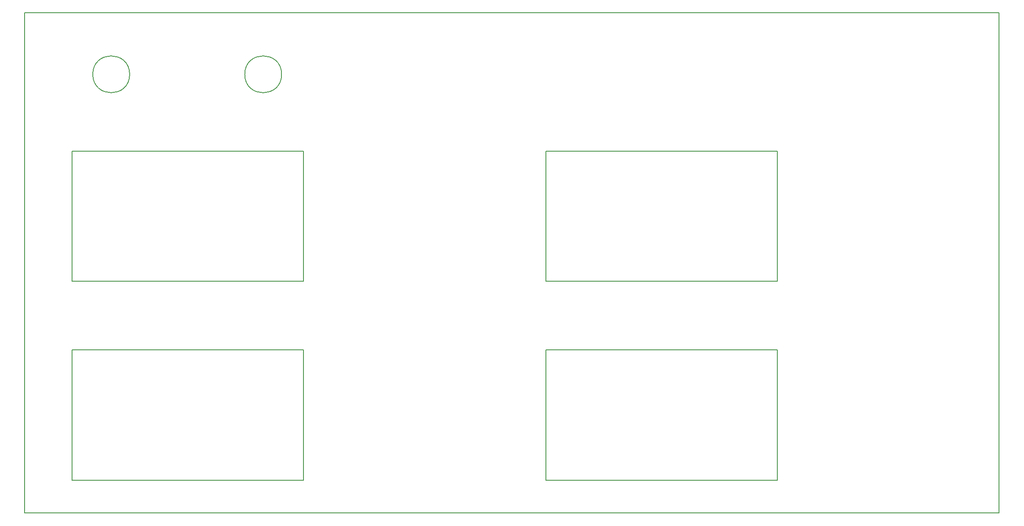
<source format=gm1>
G04 #@! TF.FileFunction,Profile,NP*
%FSLAX46Y46*%
G04 Gerber Fmt 4.6, Leading zero omitted, Abs format (unit mm)*
G04 Created by KiCad (PCBNEW 4.0.7) date 03/24/20 22:25:04*
%MOMM*%
%LPD*%
G01*
G04 APERTURE LIST*
%ADD10C,0.100000*%
%ADD11C,0.150000*%
%ADD12C,0.200000*%
G04 APERTURE END LIST*
D10*
D11*
X129794000Y-37084000D02*
G75*
G03X129794000Y-37084000I-3683000J0D01*
G01*
X99441000Y-37084000D02*
G75*
G03X99441000Y-37084000I-3683000J0D01*
G01*
X88455500Y-52451000D02*
X134112000Y-52451000D01*
X134175500Y-52959000D02*
X134175500Y-78486000D01*
X134175500Y-78486000D02*
X88455500Y-78486000D01*
X87947500Y-77978000D02*
X87947500Y-52451000D01*
X134175500Y-92202000D02*
X134175500Y-117729000D01*
X88519000Y-92202000D02*
X134175500Y-92202000D01*
X178498500Y-24765000D02*
X78486000Y-24765000D01*
X78486000Y-24765000D02*
X78486000Y-124777500D01*
X78486000Y-124777500D02*
X92265500Y-124777500D01*
X88519000Y-52451000D02*
X87947500Y-52451000D01*
X87947500Y-52451000D02*
X87947500Y-78486000D01*
X87947500Y-78486000D02*
X88392000Y-78486000D01*
X88392000Y-78486000D02*
X88455500Y-78486000D01*
X134175500Y-52959000D02*
X134175500Y-52451000D01*
X134175500Y-52451000D02*
X133858000Y-52451000D01*
X134175500Y-92202000D02*
X133858000Y-92202000D01*
X134175500Y-92710000D02*
X134175500Y-92202000D01*
X88392000Y-118237000D02*
X88455500Y-118237000D01*
X87947500Y-118237000D02*
X88392000Y-118237000D01*
X87947500Y-92202000D02*
X87947500Y-118237000D01*
X88519000Y-92202000D02*
X87947500Y-92202000D01*
X87947500Y-117729000D02*
X87947500Y-92202000D01*
X134175500Y-118237000D02*
X88455500Y-118237000D01*
X134175500Y-92710000D02*
X134175500Y-118237000D01*
X88455500Y-92202000D02*
X134112000Y-92202000D01*
D12*
X178498500Y-124777500D02*
X91694000Y-124777500D01*
X273113500Y-124777500D02*
X186309000Y-124777500D01*
D11*
X183070500Y-92202000D02*
X228727000Y-92202000D01*
X228790500Y-92710000D02*
X228790500Y-118237000D01*
X228790500Y-118237000D02*
X183070500Y-118237000D01*
X182562500Y-117729000D02*
X182562500Y-92202000D01*
X183134000Y-92202000D02*
X182562500Y-92202000D01*
X182562500Y-92202000D02*
X182562500Y-118237000D01*
X182562500Y-118237000D02*
X183007000Y-118237000D01*
X183007000Y-118237000D02*
X183070500Y-118237000D01*
X228790500Y-92710000D02*
X228790500Y-92202000D01*
X228790500Y-92202000D02*
X228473000Y-92202000D01*
X228790500Y-52451000D02*
X228473000Y-52451000D01*
X228790500Y-52959000D02*
X228790500Y-52451000D01*
X183007000Y-78486000D02*
X183070500Y-78486000D01*
X182562500Y-78486000D02*
X183007000Y-78486000D01*
X182562500Y-52451000D02*
X182562500Y-78486000D01*
X183134000Y-52451000D02*
X182562500Y-52451000D01*
X173101000Y-124777500D02*
X186880500Y-124777500D01*
X273113500Y-24765000D02*
X173101000Y-24765000D01*
X273113500Y-124777500D02*
X273113500Y-24765000D01*
X273113500Y-124777500D02*
X273113500Y-42100500D01*
X183134000Y-92202000D02*
X228790500Y-92202000D01*
X228790500Y-92202000D02*
X228790500Y-117729000D01*
X182562500Y-77978000D02*
X182562500Y-52451000D01*
X228790500Y-78486000D02*
X183070500Y-78486000D01*
X228790500Y-52959000D02*
X228790500Y-78486000D01*
X183070500Y-52451000D02*
X228727000Y-52451000D01*
M02*

</source>
